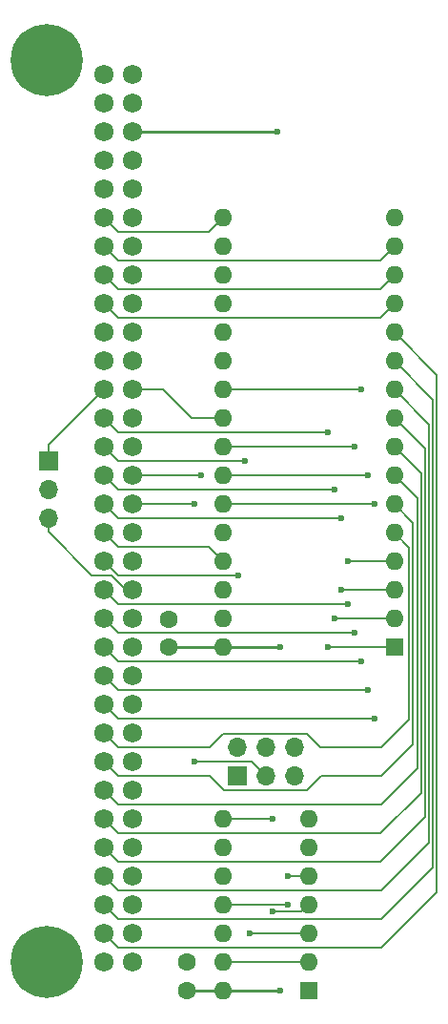
<source format=gtl>
G04 #@! TF.GenerationSoftware,KiCad,Pcbnew,5.1.7*
G04 #@! TF.CreationDate,2020-11-27T22:32:44-08:00*
G04 #@! TF.ProjectId,PC104-ROM,50433130-342d-4524-9f4d-2e6b69636164,rev?*
G04 #@! TF.SameCoordinates,Original*
G04 #@! TF.FileFunction,Copper,L1,Top*
G04 #@! TF.FilePolarity,Positive*
%FSLAX46Y46*%
G04 Gerber Fmt 4.6, Leading zero omitted, Abs format (unit mm)*
G04 Created by KiCad (PCBNEW 5.1.7) date 2020-11-27 22:32:44*
%MOMM*%
%LPD*%
G01*
G04 APERTURE LIST*
G04 #@! TA.AperFunction,ComponentPad*
%ADD10C,1.600000*%
G04 #@! TD*
G04 #@! TA.AperFunction,ComponentPad*
%ADD11O,1.700000X1.700000*%
G04 #@! TD*
G04 #@! TA.AperFunction,ComponentPad*
%ADD12R,1.700000X1.700000*%
G04 #@! TD*
G04 #@! TA.AperFunction,ComponentPad*
%ADD13O,1.600000X1.600000*%
G04 #@! TD*
G04 #@! TA.AperFunction,ComponentPad*
%ADD14R,1.600000X1.600000*%
G04 #@! TD*
G04 #@! TA.AperFunction,ComponentPad*
%ADD15C,6.400000*%
G04 #@! TD*
G04 #@! TA.AperFunction,ComponentPad*
%ADD16C,1.720000*%
G04 #@! TD*
G04 #@! TA.AperFunction,ViaPad*
%ADD17C,0.600000*%
G04 #@! TD*
G04 #@! TA.AperFunction,Conductor*
%ADD18C,0.152400*%
G04 #@! TD*
G04 #@! TA.AperFunction,Conductor*
%ADD19C,0.250000*%
G04 #@! TD*
G04 APERTURE END LIST*
D10*
X143637000Y-141073500D03*
X143637000Y-143573500D03*
X142049500Y-110617000D03*
X142049500Y-113117000D03*
D11*
X131318000Y-101663500D03*
X131318000Y-99123500D03*
D12*
X131318000Y-96583500D03*
D11*
X153162000Y-121983500D03*
X153162000Y-124523500D03*
X150622000Y-121983500D03*
X150622000Y-124523500D03*
X148082000Y-121983500D03*
D12*
X148082000Y-124523500D03*
D13*
X146812000Y-143573500D03*
X154432000Y-128333500D03*
X146812000Y-141033500D03*
X154432000Y-130873500D03*
X146812000Y-138493500D03*
X154432000Y-133413500D03*
X146812000Y-135953500D03*
X154432000Y-135953500D03*
X146812000Y-133413500D03*
X154432000Y-138493500D03*
X146812000Y-130873500D03*
X154432000Y-141033500D03*
X146812000Y-128333500D03*
D14*
X154432000Y-143573500D03*
D13*
X146812000Y-113093500D03*
X162052000Y-74993500D03*
X146812000Y-110553500D03*
X162052000Y-77533500D03*
X146812000Y-108013500D03*
X162052000Y-80073500D03*
X146812000Y-105473500D03*
X162052000Y-82613500D03*
X146812000Y-102933500D03*
X162052000Y-85153500D03*
X146812000Y-100393500D03*
X162052000Y-87693500D03*
X146812000Y-97853500D03*
X162052000Y-90233500D03*
X146812000Y-95313500D03*
X162052000Y-92773500D03*
X146812000Y-92773500D03*
X162052000Y-95313500D03*
X146812000Y-90233500D03*
X162052000Y-97853500D03*
X146812000Y-87693500D03*
X162052000Y-100393500D03*
X146812000Y-85153500D03*
X162052000Y-102933500D03*
X146812000Y-82613500D03*
X162052000Y-105473500D03*
X146812000Y-80073500D03*
X162052000Y-108013500D03*
X146812000Y-77533500D03*
X162052000Y-110553500D03*
X146812000Y-74993500D03*
D14*
X162052000Y-113093500D03*
D15*
X131191000Y-61023500D03*
X131191000Y-141033500D03*
D16*
X138811000Y-141033500D03*
X138811000Y-138493500D03*
X138811000Y-135953500D03*
X138811000Y-133413500D03*
X138811000Y-130873500D03*
X138811000Y-128333500D03*
X138811000Y-125793500D03*
X138811000Y-123253500D03*
X138811000Y-120713500D03*
X138811000Y-118173500D03*
X138811000Y-115633500D03*
X138811000Y-113093500D03*
X138811000Y-110553500D03*
X138811000Y-108013500D03*
X138811000Y-105473500D03*
X138811000Y-102933500D03*
X138811000Y-100393500D03*
X138811000Y-97853500D03*
X138811000Y-95313500D03*
X138811000Y-92773500D03*
X138811000Y-90233500D03*
X138811000Y-87693500D03*
X138811000Y-85153500D03*
X138811000Y-82613500D03*
X138811000Y-80073500D03*
X138811000Y-77533500D03*
X138811000Y-74993500D03*
X138811000Y-72453500D03*
X138811000Y-69913500D03*
X138811000Y-67373500D03*
X138811000Y-64833500D03*
X138811000Y-62293500D03*
X136271000Y-141033500D03*
X136271000Y-138493500D03*
X136271000Y-135953500D03*
X136271000Y-133413500D03*
X136271000Y-130873500D03*
X136271000Y-128333500D03*
X136271000Y-125793500D03*
X136271000Y-123253500D03*
X136271000Y-120713500D03*
X136271000Y-118173500D03*
X136271000Y-115633500D03*
X136271000Y-113093500D03*
X136271000Y-110553500D03*
X136271000Y-108013500D03*
X136271000Y-105473500D03*
X136271000Y-102933500D03*
X136271000Y-100393500D03*
X136271000Y-97853500D03*
X136271000Y-95313500D03*
X136271000Y-92773500D03*
X136271000Y-90233500D03*
X136271000Y-87693500D03*
X136271000Y-85153500D03*
X136271000Y-82613500D03*
X136271000Y-80073500D03*
X136271000Y-77533500D03*
X136271000Y-74993500D03*
X136271000Y-72453500D03*
X136271000Y-69913500D03*
X136271000Y-67373500D03*
X136271000Y-64833500D03*
X136271000Y-62293500D03*
D17*
X151638000Y-67373500D03*
X151892000Y-113093500D03*
X151892000Y-143573500D03*
X160337500Y-100393500D03*
X160337500Y-119443500D03*
X159702500Y-116903500D03*
X159702500Y-97853500D03*
X159126300Y-114363500D03*
X159131000Y-90233500D03*
X158550100Y-111823500D03*
X158550100Y-95313500D03*
X157924500Y-109283500D03*
X157924500Y-105473500D03*
X148209000Y-106743500D03*
X157355099Y-108013500D03*
X157353000Y-101663500D03*
X156781500Y-99123500D03*
X156781500Y-110553500D03*
X148780500Y-96583500D03*
X156146500Y-94043500D03*
X156146500Y-113093500D03*
X144330800Y-123253500D03*
X144330800Y-100393500D03*
X144907000Y-97853500D03*
X149225000Y-138493500D03*
X152590500Y-135953500D03*
X152590500Y-133413500D03*
X151267000Y-136588500D03*
X151257000Y-128333500D03*
D18*
X160782000Y-83883500D02*
X162052000Y-82613500D01*
X137541000Y-83883500D02*
X160782000Y-83883500D01*
X136271000Y-82613500D02*
X137541000Y-83883500D01*
X160782000Y-81343500D02*
X162052000Y-80073500D01*
X137541000Y-81343500D02*
X160782000Y-81343500D01*
X136271000Y-80073500D02*
X137541000Y-81343500D01*
X137541000Y-78803500D02*
X160782000Y-78803500D01*
X160782000Y-78803500D02*
X162052000Y-77533500D01*
X136271000Y-77533500D02*
X137541000Y-78803500D01*
X137541000Y-76263500D02*
X136271000Y-74993500D01*
X145542000Y-76263500D02*
X137541000Y-76263500D01*
X146812000Y-74993500D02*
X145542000Y-76263500D01*
D19*
X138811000Y-67373500D02*
X151638000Y-67373500D01*
X151892000Y-113093500D02*
X146812000Y-113093500D01*
X151892000Y-143573500D02*
X146812000Y-143573500D01*
X146788500Y-113117000D02*
X146812000Y-113093500D01*
X142049500Y-113117000D02*
X146788500Y-113117000D01*
X143637000Y-143573500D02*
X146812000Y-143573500D01*
D18*
X138811000Y-90233500D02*
X141478000Y-90233500D01*
X144018000Y-92773500D02*
X146812000Y-92773500D01*
X141478000Y-90233500D02*
X144018000Y-92773500D01*
X165852370Y-88953870D02*
X162052000Y-85153500D01*
X165852370Y-134820130D02*
X165852370Y-88953870D01*
X160909000Y-139763500D02*
X165852370Y-134820130D01*
X137541000Y-139763500D02*
X160909000Y-139763500D01*
X136271000Y-138493500D02*
X137541000Y-139763500D01*
X165499960Y-91141460D02*
X162052000Y-87693500D01*
X165499960Y-132632540D02*
X165499960Y-91141460D01*
X160909000Y-137223500D02*
X165499960Y-132632540D01*
X137541000Y-137223500D02*
X160909000Y-137223500D01*
X136271000Y-135953500D02*
X137541000Y-137223500D01*
X165147550Y-93329050D02*
X162052000Y-90233500D01*
X165147550Y-130444950D02*
X165147550Y-93329050D01*
X137541000Y-134683500D02*
X160909000Y-134683500D01*
X160909000Y-134683500D02*
X165147550Y-130444950D01*
X136271000Y-133413500D02*
X137541000Y-134683500D01*
X164795140Y-95516640D02*
X162052000Y-92773500D01*
X164795140Y-128193860D02*
X164795140Y-95516640D01*
X160845500Y-132143500D02*
X164795140Y-128193860D01*
X137541000Y-132143500D02*
X160845500Y-132143500D01*
X136271000Y-130873500D02*
X137541000Y-132143500D01*
X164442730Y-97704230D02*
X162052000Y-95313500D01*
X164442730Y-126025230D02*
X164442730Y-97704230D01*
X160864460Y-129603500D02*
X164442730Y-126025230D01*
X137541000Y-129603500D02*
X160864460Y-129603500D01*
X136271000Y-128333500D02*
X137541000Y-129603500D01*
X164090320Y-99891820D02*
X162052000Y-97853500D01*
X164090320Y-123882180D02*
X164090320Y-99891820D01*
X160909000Y-127063500D02*
X164090320Y-123882180D01*
X137541000Y-127063500D02*
X160909000Y-127063500D01*
X136271000Y-125793500D02*
X137541000Y-127063500D01*
X163737910Y-102079410D02*
X163737910Y-121059590D01*
X162052000Y-100393500D02*
X163737910Y-102079410D01*
X163737910Y-121059590D02*
X163737910Y-121694590D01*
X160909000Y-124523500D02*
X163703000Y-121729500D01*
X136271000Y-123253500D02*
X137541000Y-124523500D01*
X145669000Y-124523500D02*
X146939000Y-125793500D01*
X137541000Y-124523500D02*
X145669000Y-124523500D01*
X146939000Y-125793500D02*
X154305000Y-125793500D01*
X154305000Y-125793500D02*
X155575000Y-124523500D01*
X155575000Y-124523500D02*
X160909000Y-124523500D01*
X163385500Y-104267000D02*
X162052000Y-102933500D01*
X163385500Y-119507000D02*
X163385500Y-104267000D01*
X160909000Y-121983500D02*
X163385500Y-119507000D01*
X136271000Y-120713500D02*
X137541000Y-121983500D01*
X145669000Y-121983500D02*
X146875500Y-120777000D01*
X137541000Y-121983500D02*
X145669000Y-121983500D01*
X146875500Y-120777000D02*
X154305000Y-120777000D01*
X154305000Y-120777000D02*
X155511500Y-121983500D01*
X155511500Y-121983500D02*
X160909000Y-121983500D01*
X146812000Y-100393500D02*
X160337500Y-100393500D01*
X155067000Y-119443500D02*
X160337500Y-119443500D01*
X137541000Y-119443500D02*
X155067000Y-119443500D01*
X136271000Y-118173500D02*
X137541000Y-119443500D01*
X159702500Y-97853500D02*
X146812000Y-97853500D01*
X137541000Y-116903500D02*
X146050000Y-116903500D01*
X136271000Y-115633500D02*
X137541000Y-116903500D01*
X146050000Y-116903500D02*
X155321000Y-116903500D01*
X155321000Y-116903500D02*
X159702500Y-116903500D01*
X155194000Y-116903500D02*
X155321000Y-116903500D01*
X136271000Y-113093500D02*
X137541000Y-114363500D01*
X137541000Y-114363500D02*
X156014800Y-114363500D01*
X159131000Y-90233500D02*
X146812000Y-90233500D01*
X156014800Y-114363500D02*
X159126300Y-114363500D01*
X158550100Y-95313500D02*
X146812000Y-95313500D01*
X149225000Y-111823500D02*
X158550100Y-111823500D01*
X137541000Y-111823500D02*
X149225000Y-111823500D01*
X136271000Y-110553500D02*
X137541000Y-111823500D01*
X157924500Y-105473500D02*
X162052000Y-105473500D01*
X136271000Y-108013500D02*
X137541000Y-109283500D01*
X157734000Y-109283500D02*
X157797500Y-109283500D01*
X157416500Y-109283500D02*
X157924500Y-109283500D01*
X137541000Y-109283500D02*
X157416500Y-109283500D01*
X147383500Y-106743500D02*
X148209000Y-106743500D01*
X137541000Y-106743500D02*
X147383500Y-106743500D01*
X136271000Y-105473500D02*
X137541000Y-106743500D01*
X137541000Y-104203500D02*
X136271000Y-102933500D01*
X145542000Y-104203500D02*
X137541000Y-104203500D01*
X146812000Y-105473500D02*
X145542000Y-104203500D01*
X162052000Y-108013500D02*
X157355099Y-108013500D01*
X137541000Y-101663500D02*
X146748500Y-101663500D01*
X146748500Y-101663500D02*
X157353000Y-101663500D01*
X136271000Y-100393500D02*
X137541000Y-101663500D01*
X162052000Y-110553500D02*
X156845000Y-110553500D01*
X137541000Y-99123500D02*
X136271000Y-97853500D01*
X156781500Y-99123500D02*
X137541000Y-99123500D01*
X137541000Y-96583500D02*
X136271000Y-95313500D01*
X145669000Y-96583500D02*
X137541000Y-96583500D01*
X145669000Y-96583500D02*
X148780500Y-96583500D01*
X156146500Y-113093500D02*
X162052000Y-113093500D01*
X153035000Y-94043500D02*
X156146500Y-94043500D01*
X137541000Y-94043500D02*
X153035000Y-94043500D01*
X136271000Y-92773500D02*
X137541000Y-94043500D01*
X131318000Y-95186500D02*
X136271000Y-90233500D01*
X131318000Y-96583500D02*
X131318000Y-95186500D01*
X131318000Y-102865581D02*
X131318000Y-101663500D01*
X135195919Y-106743500D02*
X131318000Y-102865581D01*
X138239500Y-108013500D02*
X136969500Y-106743500D01*
X136969500Y-106743500D02*
X135195919Y-106743500D01*
X138811000Y-108013500D02*
X138239500Y-108013500D01*
X149352000Y-123253500D02*
X144330800Y-123253500D01*
X150622000Y-124523500D02*
X149352000Y-123253500D01*
X144330800Y-100393500D02*
X138811000Y-100393500D01*
X138811000Y-97853500D02*
X144907000Y-97853500D01*
X149225000Y-138493500D02*
X154432000Y-138493500D01*
X146812000Y-141033500D02*
X154432000Y-141033500D01*
X146812000Y-135953500D02*
X152590500Y-135953500D01*
X152590500Y-133413500D02*
X154432000Y-133413500D01*
X153797000Y-136588500D02*
X151267000Y-136588500D01*
X154432000Y-135953500D02*
X153797000Y-136588500D01*
X151257000Y-128333500D02*
X146812000Y-128333500D01*
M02*

</source>
